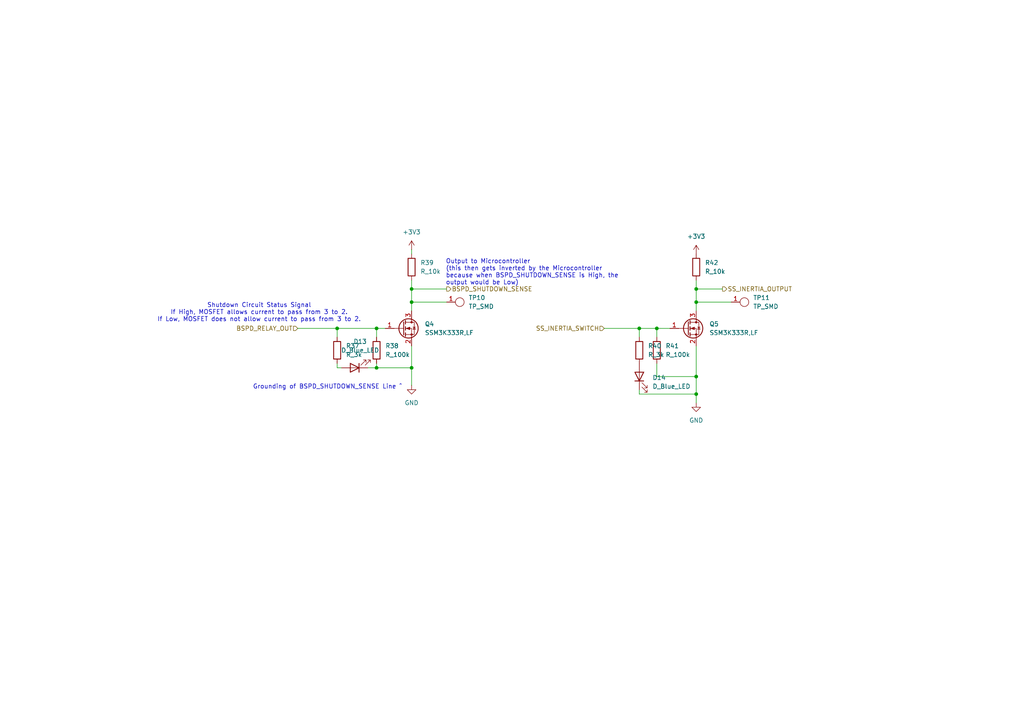
<source format=kicad_sch>
(kicad_sch (version 20250114) (generator "eeschema") (generator_version "9.0")
  (paper "A4")
  (title_block (title "Shutdown Sensors (Throttle & Brake)") (comment 1 "By Leo Liao"))
  (lib_symbols
    (symbol "OEM:D_LED_Blue_0805" (pin_numbers (hide yes)) (pin_names (offset 1.016) (hide yes))
      (property "Reference" "D" (at 0 2.54 0))
      (property "Value" "D_Blue_LED" (at 0 -2.54 0))
      (symbol "D_LED_Blue_0805_0_1"
        (polyline (pts (xy -3.048 -0.762) (xy -4.572 -2.286) (xy -3.81 -2.286) (xy -4.572 -2.286) (xy -4.572 -1.524)))
        (polyline (pts (xy -1.778 -0.762) (xy -3.302 -2.286) (xy -2.54 -2.286) (xy -3.302 -2.286) (xy -3.302 -1.524)))
        (polyline (pts (xy -1.27 0) (xy 1.27 0)))
        (polyline (pts (xy -1.27 -1.27) (xy -1.27 1.27)) (stroke (width 0.254)))
        (polyline (pts (xy 1.27 -1.27) (xy 1.27 1.27) (xy -1.27 0) (xy 1.27 -1.27)) (stroke (width 0.254)))
      )
      (symbol "D_LED_Blue_0805_1_1"
        (pin passive line (at -3.81 0 0) (length 2.54) (name "K") (number "1"))
        (pin passive line (at 3.81 0 180) (length 2.54) (name "A") (number "2"))
      )
    )
    (symbol "OEM:Q_NMOS_30V_6A_SOT-23F" (pin_names (offset 0) (hide yes))
      (property "Reference" "Q" (at 5.08 1.905 0))
      (property "Value" "SSM3K333R,LF" (at 5.08 0 0))
      (symbol "Q_NMOS_30V_6A_SOT-23F_0_1"
        (polyline (pts (xy 0.254 1.905) (xy 0.254 -1.905)) (stroke (width 0.254)))
        (polyline (pts (xy 0.254 0) (xy -2.54 0)))
        (polyline (pts (xy 0.762 2.286) (xy 0.762 1.27)) (stroke (width 0.254)))
        (polyline (pts (xy 0.762 0.508) (xy 0.762 -0.508)) (stroke (width 0.254)))
        (polyline (pts (xy 0.762 -1.27) (xy 0.762 -2.286)) (stroke (width 0.254)))
        (polyline (pts (xy 0.762 -1.778) (xy 3.302 -1.778) (xy 3.302 1.778) (xy 0.762 1.778)))
        (polyline (pts (xy 1.016 0) (xy 2.032 0.381) (xy 2.032 -0.381) (xy 1.016 0)) (fill (type outline)))
        (circle (center 1.651 0) (radius 2.794) (stroke (width 0.254)))
        (polyline (pts (xy 2.54 2.54) (xy 2.54 1.778)))
        (circle (center 2.54 1.778) (radius 0.254) (fill (type outline)))
        (circle (center 2.54 -1.778) (radius 0.254) (fill (type outline)))
        (polyline (pts (xy 2.54 -2.54) (xy 2.54 0) (xy 0.762 0)))
        (polyline (pts (xy 2.921 0.381) (xy 3.683 0.381)))
        (polyline (pts (xy 3.302 0.381) (xy 2.921 -0.254) (xy 3.683 -0.254) (xy 3.302 0.381)))
      )
      (symbol "Q_NMOS_30V_6A_SOT-23F_1_1"
        (pin input line (at -5.08 0 0) (length 2.54) (name "G") (number "1"))
        (pin passive line (at 2.54 5.08 270) (length 2.54) (name "D") (number "3"))
        (pin passive line (at 2.54 -5.08 90) (length 2.54) (name "S") (number "2"))
      )
    )
    (symbol "OEM:R_100k_0.1W_0603" (pin_numbers (hide yes)) (pin_names (offset 0))
      (property "Reference" "R" (at 2.032 0 90))
      (property "Value" "R_100k" (at 0 0 90))
      (symbol "R_100k_0.1W_0603_0_1"
        (rectangle (start -1.016 -2.54) (end 1.016 2.54) (stroke (width 0.254)))
      )
      (symbol "R_100k_0.1W_0603_1_1"
        (pin passive line (at 0 3.81 270) (length 1.27) (name "~") (number "1"))
        (pin passive line (at 0 -3.81 90) (length 1.27) (name "~") (number "2"))
      )
    )
    (symbol "OEM:R_10k_0.1W_0603" (pin_numbers (hide yes)) (pin_names (offset 0))
      (property "Reference" "R" (at 2.032 0 90))
      (property "Value" "R_10k" (at 0 0 90))
      (symbol "R_10k_0.1W_0603_0_1"
        (rectangle (start -1.016 -2.54) (end 1.016 2.54) (stroke (width 0.254)))
      )
      (symbol "R_10k_0.1W_0603_1_1"
        (pin passive line (at 0 3.81 270) (length 1.27) (name "~") (number "1"))
        (pin passive line (at 0 -3.81 90) (length 1.27) (name "~") (number "2"))
      )
    )
    (symbol "OEM:R_3k_0.1W_0603" (pin_numbers (hide yes)) (pin_names (offset 0))
      (property "Reference" "R" (at 2.032 0 90))
      (property "Value" "R_3k" (at 0 0 90))
      (symbol "R_3k_0.1W_0603_0_1"
        (rectangle (start -1.016 -2.54) (end 1.016 2.54) (stroke (width 0.254)))
      )
      (symbol "R_3k_0.1W_0603_1_1"
        (pin passive line (at 0 3.81 270) (length 1.27) (name "~") (number "1"))
        (pin passive line (at 0 -3.81 90) (length 1.27) (name "~") (number "2"))
      )
    )
    (symbol "OEM:TP_Hook_SMD" (pin_names (offset 1.016))
      (property "Reference" "TP" (at 0 7.62 0))
      (property "Value" "TP_SMD" (at 1.27 5.08 0))
      (symbol "TP_Hook_SMD_1_1"
        (circle (center 0 2.54) (radius 1.27))
        (pin input line (at 0 -1.27 90) (length 2.54) (name "~") (number "1"))
      )
    )
    (symbol "power:+3V3" (power) (pin_numbers (hide yes)) (pin_names (offset 0) (hide yes))
      (property "Value" "+3V3" (at 0 3.556 0))
      (symbol "+3V3_0_1"
        (polyline (pts (xy -0.762 1.27) (xy 0 2.54)))
        (polyline (pts (xy 0 2.54) (xy 0.762 1.27)))
        (polyline (pts (xy 0 0) (xy 0 2.54)))
      )
      (symbol "+3V3_1_1"
        (pin power_in line (at 0 0 90) (length 0) (name "~") (number "1"))
      )
    )
    (symbol "power:GND" (power) (pin_numbers (hide yes)) (pin_names (offset 0) (hide yes))
      (property "Value" "GND" (at 0 -3.81 0))
      (symbol "GND_0_1"
        (polyline (pts (xy 0 0) (xy 0 -1.27) (xy 1.27 -1.27) (xy 0 -2.54) (xy -1.27 -1.27) (xy 0 -1.27)))
      )
      (symbol "GND_1_1"
        (pin power_in line (at 0 0 270) (length 0) (name "~") (number "1"))
      )
    )
  )
  (text "Shutdown Circuit Status Signal\nIf High, MOSFET allows current to pass from 3 to 2.\nIf Low, MOSFET does not allow current to pass from 3 to 2." (at 75.184 90.678 0) (effects (font (size 1.27 1.27))))
  (text "Grounding of BSPD_SHUTDOWN_SENSE Line ^" (at 94.996 112.268 0) (effects (font (size 1.27 1.27))))
  (text "Output to Microcontroller\n(this then gets inverted by the Microcontroller \nbecause when BSPD_SHUTDOWN_SENSE is High, the \noutput would be Low)" (at 129.286 78.994 0) (effects (font (size 1.27 1.27)) (justify left)))
  (junction (at 109.22 106.68))
  (junction (at 201.93 83.82))
  (junction (at 201.93 114.3))
  (junction (at 190.5 95.25))
  (junction (at 119.38 83.82))
  (junction (at 119.38 87.63))
  (junction (at 97.79 95.25))
  (junction (at 119.38 106.68))
  (junction (at 109.22 95.25))
  (junction (at 201.93 109.22))
  (junction (at 185.42 95.25))
  (junction (at 201.93 87.63))
  (wire (pts (xy 201.93 116.84) (xy 201.93 114.3)))
  (wire (pts (xy 175.26 95.25) (xy 185.42 95.25)))
  (wire (pts (xy 201.93 109.22) (xy 201.93 114.3)))
  (wire (pts (xy 185.42 114.3) (xy 201.93 114.3)))
  (wire (pts (xy 97.79 106.68) (xy 99.06 106.68)))
  (wire (pts (xy 201.93 87.63) (xy 201.93 90.17)))
  (wire (pts (xy 201.93 100.33) (xy 201.93 109.22)))
  (wire (pts (xy 190.5 109.22) (xy 201.93 109.22)))
  (wire (pts (xy 119.38 83.82) (xy 119.38 87.63)))
  (wire (pts (xy 109.22 95.25) (xy 109.22 97.79)))
  (wire (pts (xy 119.38 87.63) (xy 129.54 87.63)))
  (wire (pts (xy 119.38 100.33) (xy 119.38 106.68)))
  (wire (pts (xy 119.38 106.68) (xy 119.38 111.76)))
  (wire (pts (xy 97.79 95.25) (xy 109.22 95.25)))
  (wire (pts (xy 190.5 97.79) (xy 190.5 95.25)))
  (wire (pts (xy 119.38 72.39) (xy 119.38 73.66)))
  (wire (pts (xy 185.42 95.25) (xy 190.5 95.25)))
  (wire (pts (xy 86.36 95.25) (xy 97.79 95.25)))
  (wire (pts (xy 97.79 105.41) (xy 97.79 106.68)))
  (wire (pts (xy 109.22 106.68) (xy 119.38 106.68)))
  (wire (pts (xy 106.68 106.68) (xy 109.22 106.68)))
  (wire (pts (xy 109.22 95.25) (xy 111.76 95.25)))
  (wire (pts (xy 109.22 105.41) (xy 109.22 106.68)))
  (wire (pts (xy 185.42 113.03) (xy 185.42 114.3)))
  (wire (pts (xy 190.5 105.41) (xy 190.5 109.22)))
  (wire (pts (xy 119.38 87.63) (xy 119.38 90.17)))
  (wire (pts (xy 185.42 97.79) (xy 185.42 95.25)))
  (wire (pts (xy 190.5 95.25) (xy 194.31 95.25)))
  (wire (pts (xy 201.93 83.82) (xy 201.93 87.63)))
  (wire (pts (xy 201.93 81.28) (xy 201.93 83.82)))
  (wire (pts (xy 119.38 83.82) (xy 129.54 83.82)))
  (wire (pts (xy 97.79 95.25) (xy 97.79 97.79)))
  (wire (pts (xy 201.93 87.63) (xy 212.09 87.63)))
  (wire (pts (xy 201.93 83.82) (xy 209.55 83.82)))
  (wire (pts (xy 119.38 81.28) (xy 119.38 83.82)))
  (hierarchical_label "BSPD_SHUTDOWN_SENSE" (shape output) (at 129.54 83.82 0))
  (hierarchical_label "SS_INERTIA_SWITCH" (shape input) (at 175.26 95.25 180))
  (hierarchical_label "BSPD_RELAY_OUT" (shape input) (at 86.36 95.25 180))
  (hierarchical_label "SS_INERTIA_OUTPUT" (shape output) (at 209.55 83.82 0))
  (symbol (lib_id "power:GND") (at 119.38 111.76 0) (unit 1)
    (property "Reference" "#PWR?" (effects (hide yes)))
    (property "Value" "GND" (at 119.38 116.84 0))
    (property "Description" "Power symbol creates a global label with name \"GND\" , ground" (effects (hide yes)))
  )
  (symbol (lib_id "OEM:Q_NMOS_30V_6A_SOT-23F") (at 199.39 95.25 0) (unit 1)
    (property "Reference" "Q5" (at 205.74 93.9799 0) (effects (justify left)))
    (property "Value" "SSM3K333R,LF" (at 205.74 96.5199 0) (effects (justify left)))
    (property "Footprint" "OEM:SOT-23-3" (effects (hide yes)))
    (property "Datasheet" "https://www.mouser.com/datasheet/3/105/1/6D62190F2E76D58532DB25403AB4F650F25B6580F37A84A2AFAB7A89D257D933.pdf" (effects (hide yes)))
    (property "Description" "MOSFET N CH 30V 6A 2-3Z1A" (effects (hide yes)))
  )
  (symbol (lib_id "OEM:R_10k_0.1W_0603") (at 201.93 77.47 0) (unit 1)
    (property "Reference" "R42" (at 204.47 76.1999 0) (effects (justify left)))
    (property "Value" "R_10k" (at 204.47 78.7399 0) (effects (justify left)))
    (property "Footprint" "OEM:R_0603_1608Metric" (effects (hide yes)))
    (property "Datasheet" "https://www.mouser.com/datasheet/3/1099/1/SEI-RMCF_RMCP.pdf" (effects (hide yes)))
    (property "Description" "RES 10K OHM 1% 1/10W 0603" (effects (hide yes)))
    (property "MPN" "RMCF0603FT10K0" (effects (hide yes)))
  )
  (symbol (lib_id "OEM:R_100k_0.1W_0603") (at 190.5 101.6 0) (unit 1)
    (property "Reference" "R41" (at 193.04 100.3299 0) (effects (justify left)))
    (property "Value" "R_100k" (at 193.04 102.8699 0) (effects (justify left)))
    (property "Footprint" "OEM:R_0603_1608Metric" (effects (hide yes)))
    (property "Datasheet" "https://www.mouser.com/datasheet/3/1099/1/SEI-RMCF_RMCP.pdf" (effects (hide yes)))
    (property "Description" "RES 100K OHM 1% 1/10W 0603" (effects (hide yes)))
    (property "MPN" "RMCF0603FT100K" (effects (hide yes)))
  )
  (symbol (lib_id "OEM:TP_Hook_SMD") (at 213.36 87.63 270) (unit 1)
    (property "Reference" "TP11" (at 218.44 86.3599 90) (effects (justify left)))
    (property "Value" "TP_SMD" (at 218.44 88.8999 90) (effects (justify left)))
    (property "Footprint" "OEM:TP_Hook_SMD" (effects (hide yes)))
    (property "Datasheet" "https://www.mouser.com/datasheet/3/201/1/5019.PDF" (effects (hide yes)))
    (property "Description" "Test Point SMD Hook" (effects (hide yes)))
    (property "MPN" "5019" (effects (hide yes)))
  )
  (symbol (lib_id "power:+3V3") (at 119.38 72.39 0) (unit 1)
    (property "Reference" "#PWR?" (effects (hide yes)))
    (property "Value" "+3V3" (at 119.38 67.31 0))
    (property "Description" "Power symbol creates a global label with name \"+3V3\"" (effects (hide yes)))
  )
  (symbol (lib_id "OEM:R_10k_0.1W_0603") (at 119.38 77.47 0) (unit 1)
    (property "Reference" "R39" (at 121.92 76.1999 0) (effects (justify left)))
    (property "Value" "R_10k" (at 121.92 78.7399 0) (effects (justify left)))
    (property "Footprint" "OEM:R_0603_1608Metric" (effects (hide yes)))
    (property "Datasheet" "https://www.mouser.com/datasheet/3/1099/1/SEI-RMCF_RMCP.pdf" (effects (hide yes)))
    (property "Description" "RES 10K OHM 1% 1/10W 0603" (effects (hide yes)))
    (property "MPN" "RMCF0603FT10K0" (effects (hide yes)))
  )
  (symbol (lib_id "OEM:Q_NMOS_30V_6A_SOT-23F") (at 116.84 95.25 0) (unit 1)
    (property "Reference" "Q4" (at 123.19 93.9799 0) (effects (justify left)))
    (property "Value" "SSM3K333R,LF" (at 123.19 96.5199 0) (effects (justify left)))
    (property "Footprint" "OEM:SOT-23-3" (effects (hide yes)))
    (property "Datasheet" "https://www.mouser.com/datasheet/3/105/1/6D62190F2E76D58532DB25403AB4F650F25B6580F37A84A2AFAB7A89D257D933.pdf" (effects (hide yes)))
    (property "Description" "MOSFET N CH 30V 6A 2-3Z1A" (effects (hide yes)))
  )
  (symbol (lib_id "OEM:R_100k_0.1W_0603") (at 109.22 101.6 0) (unit 1)
    (property "Reference" "R38" (at 111.76 100.3299 0) (effects (justify left)))
    (property "Value" "R_100k" (at 111.76 102.8699 0) (effects (justify left)))
    (property "Footprint" "OEM:R_0603_1608Metric" (effects (hide yes)))
    (property "Datasheet" "https://www.mouser.com/datasheet/3/1099/1/SEI-RMCF_RMCP.pdf" (effects (hide yes)))
    (property "Description" "RES 100K OHM 1% 1/10W 0603" (effects (hide yes)))
    (property "MPN" "RMCF0603FT100K" (effects (hide yes)))
  )
  (symbol (lib_id "OEM:R_3k_0.1W_0603") (at 185.42 101.6 0) (unit 1)
    (property "Reference" "R40" (at 187.96 100.3299 0) (effects (justify left)))
    (property "Value" "R_3k" (at 187.96 102.8699 0) (effects (justify left)))
    (property "Footprint" "OEM:R_0603_1608Metric" (effects (hide yes)))
    (property "Datasheet" "https://www.yageogroup.com/browse/products?search=pyu-yc_tc_group_51_rohs_l.pdf" (effects (hide yes)))
    (property "Description" "RES 3K OHM 1% 1/10W 0603" (effects (hide yes)))
    (property "MPN" "RC0603FR-103KL" (effects (hide yes)))
  )
  (symbol (lib_id "OEM:D_LED_Blue_0805") (at 185.42 109.22 90) (unit 1)
    (property "Reference" "D14" (at 189.23 109.5374 90) (effects (justify right)))
    (property "Value" "D_Blue_LED" (at 189.23 112.0774 90) (effects (justify right)))
    (property "Footprint" "OEM:D_0805_2012Metric" (effects (hide yes)))
    (property "Datasheet" "https://www.mouser.com/catalog/specsheets/Lite-On_LTST-C171TBKT.pdf" (effects (hide yes)))
    (property "Description" "LED BLUE CLEAR CHIP SMD" (effects (hide yes)))
    (property "Sim.Pins" "1=K 2=A" (effects (hide yes)))
    (property "MPN" "LTST-C171TBKT" (effects (hide yes)))
  )
  (symbol (lib_id "OEM:TP_Hook_SMD") (at 130.81 87.63 270) (unit 1)
    (property "Reference" "TP10" (at 135.89 86.3599 90) (effects (justify left)))
    (property "Value" "TP_SMD" (at 135.89 88.8999 90) (effects (justify left)))
    (property "Footprint" "OEM:TP_Hook_SMD" (effects (hide yes)))
    (property "Datasheet" "https://www.mouser.com/datasheet/3/201/1/5019.PDF" (effects (hide yes)))
    (property "Description" "Test Point SMD Hook" (effects (hide yes)))
    (property "MPN" "5019" (effects (hide yes)))
  )
  (symbol (lib_id "power:+3V3") (at 201.93 73.66 0) (unit 1)
    (property "Reference" "#PWR?" (effects (hide yes)))
    (property "Value" "+3V3" (at 201.93 68.58 0))
    (property "Description" "Power symbol creates a global label with name \"+3V3\"" (effects (hide yes)))
  )
  (symbol (lib_id "OEM:D_LED_Blue_0805") (at 102.87 106.68 180) (unit 1)
    (property "Reference" "D13" (at 104.4575 99.06 0))
    (property "Value" "D_Blue_LED" (at 104.4575 101.6 0))
    (property "Footprint" "OEM:D_0805_2012Metric" (effects (hide yes)))
    (property "Datasheet" "https://www.mouser.com/catalog/specsheets/Lite-On_LTST-C171TBKT.pdf" (effects (hide yes)))
    (property "Description" "LED BLUE CLEAR CHIP SMD" (effects (hide yes)))
    (property "Sim.Pins" "1=K 2=A" (effects (hide yes)))
    (property "MPN" "LTST-C171TBKT" (effects (hide yes)))
  )
  (symbol (lib_id "power:GND") (at 201.93 116.84 0) (unit 1)
    (property "Reference" "#PWR?" (effects (hide yes)))
    (property "Value" "GND" (at 201.93 121.92 0))
    (property "Description" "Power symbol creates a global label with name \"GND\" , ground" (effects (hide yes)))
  )
  (symbol (lib_id "OEM:R_3k_0.1W_0603") (at 97.79 101.6 0) (unit 1)
    (property "Reference" "R37" (at 100.33 100.3299 0) (effects (justify left)))
    (property "Value" "R_3k" (at 100.33 102.8699 0) (effects (justify left)))
    (property "Footprint" "OEM:R_0603_1608Metric" (effects (hide yes)))
    (property "Datasheet" "https://www.yageogroup.com/browse/products?search=pyu-yc_tc_group_51_rohs_l.pdf" (effects (hide yes)))
    (property "Description" "RES 3K OHM 1% 1/10W 0603" (effects (hide yes)))
    (property "MPN" "RC0603FR-103KL" (effects (hide yes)))
  )
)
</source>
